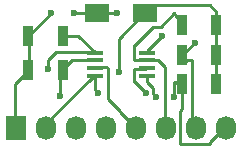
<source format=gbr>
G04 #@! TF.FileFunction,Copper,L1,Top,Signal*
%FSLAX46Y46*%
G04 Gerber Fmt 4.6, Leading zero omitted, Abs format (unit mm)*
G04 Created by KiCad (PCBNEW 4.0.4-stable) date Monday, 28 November 2016 'PMt' 05:32:43 PM*
%MOMM*%
%LPD*%
G01*
G04 APERTURE LIST*
%ADD10C,0.100000*%
%ADD11R,1.727200X2.032000*%
%ADD12O,1.727200X2.032000*%
%ADD13R,1.400000X0.450000*%
%ADD14R,2.000000X1.600000*%
%ADD15R,0.900000X1.700000*%
%ADD16C,0.600000*%
%ADD17C,0.250000*%
G04 APERTURE END LIST*
D10*
D11*
X92500000Y-129200000D03*
D12*
X95040000Y-129200000D03*
X97580000Y-129200000D03*
X100120000Y-129200000D03*
X102660000Y-129200000D03*
X105200000Y-129200000D03*
X107740000Y-129200000D03*
X110280000Y-129200000D03*
D13*
X99200000Y-122825000D03*
X99200000Y-123475000D03*
X99200000Y-124125000D03*
X99200000Y-124775000D03*
X103600000Y-124775000D03*
X103600000Y-124125000D03*
X103600000Y-123475000D03*
X103600000Y-122825000D03*
D14*
X99400000Y-119500000D03*
X103400000Y-119500000D03*
D15*
X109450000Y-120500000D03*
X106550000Y-120500000D03*
X109450000Y-123000000D03*
X106550000Y-123000000D03*
X109450000Y-125500000D03*
X106550000Y-125500000D03*
X93550000Y-124300000D03*
X96450000Y-124300000D03*
X93550000Y-121400000D03*
X96450000Y-121400000D03*
D16*
X101092000Y-119507000D03*
X104902000Y-121412000D03*
X97409000Y-119507000D03*
X95504000Y-119507000D03*
X101219000Y-124460000D03*
X99441000Y-126238000D03*
X96266000Y-126492000D03*
X95250000Y-124206000D03*
X107696000Y-122047000D03*
X103505000Y-126238000D03*
X105918000Y-126619000D03*
X104394000Y-126619000D03*
D17*
X99400000Y-119500000D02*
X99441000Y-119507000D01*
X99441000Y-119507000D02*
X101092000Y-119507000D01*
X104902000Y-121412000D02*
X103632000Y-122682000D01*
X103632000Y-122682000D02*
X103632000Y-122809000D01*
X103632000Y-122809000D02*
X103600000Y-122825000D01*
X99400000Y-119500000D02*
X99441000Y-119507000D01*
X99441000Y-119507000D02*
X97409000Y-119507000D01*
X95504000Y-119507000D02*
X93599000Y-121412000D01*
X93599000Y-121412000D02*
X93550000Y-121400000D01*
X93550000Y-124300000D02*
X93599000Y-124333000D01*
X93599000Y-124333000D02*
X92456000Y-125476000D01*
X92456000Y-125476000D02*
X92456000Y-129159000D01*
X92456000Y-129159000D02*
X92500000Y-129200000D01*
X93550000Y-121400000D02*
X93599000Y-121412000D01*
X93599000Y-121412000D02*
X93599000Y-124333000D01*
X93599000Y-124333000D02*
X93550000Y-124300000D01*
X109450000Y-120500000D02*
X109450000Y-119350000D01*
X108900000Y-118800000D02*
X104100000Y-118800000D01*
X109450000Y-119350000D02*
X108900000Y-118800000D01*
X104100000Y-118800000D02*
X103400000Y-119500000D01*
X99200000Y-124775000D02*
X99187000Y-124714000D01*
X99187000Y-124714000D02*
X94996000Y-128905000D01*
X94996000Y-128905000D02*
X94996000Y-129159000D01*
X94996000Y-129159000D02*
X95040000Y-129200000D01*
X103400000Y-119500000D02*
X103378000Y-119507000D01*
X103378000Y-119507000D02*
X101219000Y-121666000D01*
X101219000Y-121666000D02*
X101219000Y-124460000D01*
X99441000Y-126238000D02*
X99187000Y-125984000D01*
X99187000Y-125984000D02*
X99187000Y-124714000D01*
X99187000Y-124714000D02*
X99200000Y-124775000D01*
X109450000Y-120500000D02*
X109474000Y-120507000D01*
X103378000Y-119507000D02*
X103400000Y-119500000D01*
X109450000Y-123000000D02*
X109474000Y-123047000D01*
X109474000Y-123047000D02*
X109474000Y-125514000D01*
X109474000Y-125514000D02*
X109450000Y-125500000D01*
X109450000Y-123000000D02*
X109474000Y-123047000D01*
X109474000Y-123047000D02*
X109474000Y-120507000D01*
X109474000Y-120507000D02*
X109450000Y-120500000D01*
X103400000Y-119550000D02*
X103400000Y-119500000D01*
X96450000Y-124300000D02*
X96393000Y-124333000D01*
X96393000Y-124333000D02*
X96266000Y-124460000D01*
X96266000Y-124460000D02*
X96266000Y-126492000D01*
X99200000Y-123475000D02*
X99187000Y-123444000D01*
X99187000Y-123444000D02*
X97282000Y-123444000D01*
X97282000Y-123444000D02*
X96393000Y-124333000D01*
X96393000Y-124333000D02*
X96450000Y-124300000D01*
X99200000Y-122825000D02*
X99187000Y-122809000D01*
X99187000Y-122809000D02*
X95885000Y-122809000D01*
X95885000Y-122809000D02*
X95250000Y-123444000D01*
X95250000Y-123444000D02*
X95250000Y-124206000D01*
X96450000Y-121400000D02*
X96393000Y-121412000D01*
X96393000Y-121412000D02*
X97790000Y-121412000D01*
X97790000Y-121412000D02*
X99187000Y-122809000D01*
X99187000Y-122809000D02*
X99200000Y-122825000D01*
X102660000Y-129200000D02*
X102616000Y-129159000D01*
X102616000Y-129159000D02*
X101346000Y-127889000D01*
X101346000Y-127889000D02*
X101346000Y-127762000D01*
X101346000Y-127762000D02*
X100330000Y-126746000D01*
X100330000Y-126746000D02*
X100330000Y-124206000D01*
X100330000Y-124206000D02*
X100203000Y-124079000D01*
X100203000Y-124079000D02*
X99187000Y-124079000D01*
X99187000Y-124079000D02*
X99200000Y-124125000D01*
X104775000Y-120650000D02*
X104140000Y-120650000D01*
X104140000Y-120650000D02*
X102616000Y-122174000D01*
X102616000Y-122174000D02*
X102489000Y-122174000D01*
X102489000Y-122174000D02*
X102489000Y-123444000D01*
X105918000Y-119507000D02*
X104775000Y-120650000D01*
X106550000Y-120500000D02*
X106553000Y-120507000D01*
X106553000Y-120507000D02*
X105918000Y-119507000D01*
X102489000Y-123444000D02*
X103632000Y-123444000D01*
X103632000Y-123444000D02*
X103600000Y-123475000D01*
X103600000Y-123475000D02*
X103632000Y-123444000D01*
X103632000Y-123444000D02*
X104521000Y-123444000D01*
X104521000Y-123444000D02*
X105156000Y-124079000D01*
X105156000Y-124079000D02*
X105156000Y-129159000D01*
X105156000Y-129159000D02*
X105200000Y-129200000D01*
X106550000Y-123000000D02*
X106553000Y-123047000D01*
X106553000Y-123047000D02*
X107696000Y-122047000D01*
X103505000Y-126238000D02*
X102616000Y-125349000D01*
X102616000Y-125349000D02*
X102489000Y-125349000D01*
X102489000Y-125349000D02*
X102489000Y-124206000D01*
X102489000Y-124206000D02*
X103505000Y-124206000D01*
X103505000Y-124206000D02*
X103632000Y-124079000D01*
X103632000Y-124079000D02*
X103600000Y-124125000D01*
X107740000Y-129200000D02*
X107696000Y-129159000D01*
X107696000Y-129159000D02*
X107442000Y-128905000D01*
X107442000Y-128905000D02*
X107442000Y-123444000D01*
X107442000Y-123444000D02*
X106553000Y-123555000D01*
X106553000Y-123555000D02*
X106553000Y-123047000D01*
X106553000Y-123047000D02*
X106550000Y-123000000D01*
X110280000Y-129200000D02*
X110236000Y-129159000D01*
X110236000Y-129159000D02*
X108966000Y-130429000D01*
X108966000Y-130429000D02*
X108966000Y-130556000D01*
X108966000Y-130556000D02*
X106426000Y-130556000D01*
X106426000Y-130556000D02*
X106426000Y-127762000D01*
X106426000Y-127762000D02*
X106553000Y-127635000D01*
X106553000Y-127635000D02*
X106553000Y-125514000D01*
X106553000Y-125514000D02*
X106550000Y-125500000D01*
X106550000Y-125500000D02*
X106553000Y-125514000D01*
X106553000Y-125514000D02*
X105918000Y-125349000D01*
X105918000Y-125349000D02*
X105918000Y-126619000D01*
X104394000Y-126619000D02*
X104140000Y-126365000D01*
X104140000Y-126365000D02*
X104140000Y-125857000D01*
X104140000Y-125857000D02*
X103632000Y-125349000D01*
X103632000Y-125349000D02*
X103632000Y-124714000D01*
X103632000Y-124714000D02*
X103600000Y-124775000D01*
M02*

</source>
